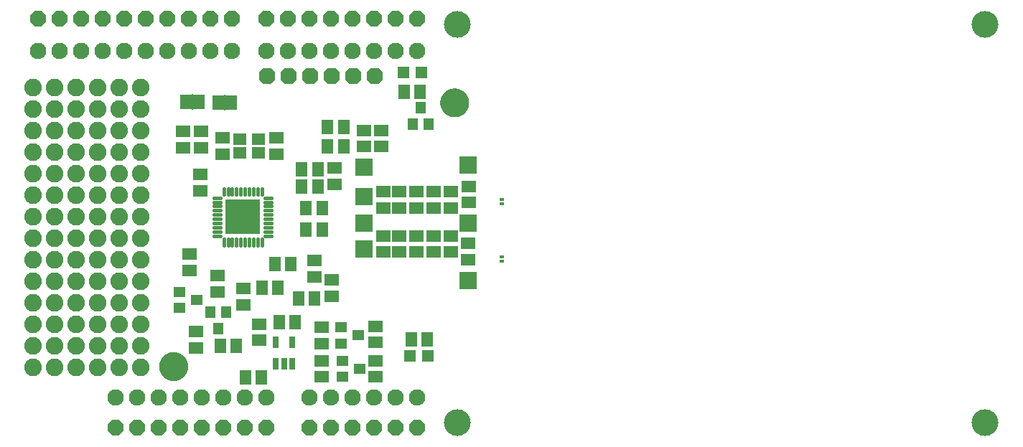
<source format=gbr>
G04 EAGLE Gerber RS-274X export*
G75*
%MOMM*%
%FSLAX34Y34*%
%LPD*%
%INSoldermask Top*%
%IPPOS*%
%AMOC8*
5,1,8,0,0,1.08239X$1,22.5*%
G01*
%ADD10C,3.152400*%
%ADD11R,4.152400X4.152400*%
%ADD12C,0.402400*%
%ADD13R,1.452400X1.652400*%
%ADD14R,1.652400X1.452400*%
%ADD15R,2.152400X2.152400*%
%ADD16R,1.552400X1.352400*%
%ADD17R,0.582400X0.432400*%
%ADD18R,1.352400X1.352400*%
%ADD19R,0.702400X1.352400*%
%ADD20C,1.200000*%
%ADD21C,1.152400*%
%ADD22P,1.979475X8X22.500000*%
%ADD23R,1.320800X1.752600*%
%ADD24R,0.152400X1.828800*%
%ADD25R,1.352400X1.152400*%
%ADD26R,1.152400X1.352400*%
%ADD27C,1.930400*%
%ADD28P,2.089446X8X112.500000*%
%ADD29C,2.082800*%


D10*
X520700Y501650D03*
X1143000Y501650D03*
X1143000Y31750D03*
X520700Y31750D03*
D11*
X267500Y274500D03*
D12*
X250000Y248350D02*
X250000Y240850D01*
X245000Y240850D02*
X245000Y248350D01*
X241350Y252000D02*
X233850Y252000D01*
X233850Y257000D02*
X241350Y257000D01*
X241350Y262000D02*
X233850Y262000D01*
X233850Y267000D02*
X241350Y267000D01*
X241350Y272000D02*
X233850Y272000D01*
X233850Y277000D02*
X241350Y277000D01*
X241350Y282000D02*
X233850Y282000D01*
X233850Y287000D02*
X241350Y287000D01*
X241350Y292000D02*
X233850Y292000D01*
X233850Y297000D02*
X241350Y297000D01*
X245000Y300650D02*
X245000Y308150D01*
X250000Y308150D02*
X250000Y300650D01*
X255000Y300650D02*
X255000Y308150D01*
X260000Y308150D02*
X260000Y300650D01*
X265000Y300650D02*
X265000Y308150D01*
X270000Y308150D02*
X270000Y300650D01*
X275000Y300650D02*
X275000Y308150D01*
X280000Y308150D02*
X280000Y300650D01*
X285000Y300650D02*
X285000Y308150D01*
X290000Y308150D02*
X290000Y300650D01*
X293650Y297000D02*
X301150Y297000D01*
X301150Y292000D02*
X293650Y292000D01*
X293650Y287000D02*
X301150Y287000D01*
X301150Y282000D02*
X293650Y282000D01*
X293650Y277000D02*
X301150Y277000D01*
X301150Y272000D02*
X293650Y272000D01*
X293650Y267000D02*
X301150Y267000D01*
X301150Y262000D02*
X293650Y262000D01*
X293650Y257000D02*
X301150Y257000D01*
X301150Y252000D02*
X293650Y252000D01*
X255000Y248350D02*
X255000Y240850D01*
X260000Y240850D02*
X260000Y248350D01*
X265000Y248350D02*
X265000Y240850D01*
X270000Y240850D02*
X270000Y248350D01*
X275000Y248350D02*
X275000Y240850D01*
X280000Y240850D02*
X280000Y248350D01*
X285000Y248350D02*
X285000Y240850D01*
X290000Y240850D02*
X290000Y248350D01*
D13*
X361140Y259080D03*
X342140Y259080D03*
X361140Y284480D03*
X342140Y284480D03*
D14*
X472330Y233110D03*
X472330Y252110D03*
X472330Y285100D03*
X472330Y304100D03*
X452050Y233110D03*
X452050Y252110D03*
X452050Y285100D03*
X452050Y304100D03*
X492610Y233110D03*
X492610Y252110D03*
X492610Y285100D03*
X492610Y304100D03*
X512890Y233110D03*
X512890Y252110D03*
X512890Y285100D03*
X512890Y304100D03*
D13*
X337060Y330200D03*
X356060Y330200D03*
D15*
X410060Y236400D03*
X410060Y267430D03*
X410060Y298460D03*
X533170Y335290D03*
X533170Y199570D03*
X533130Y267430D03*
D16*
X286280Y350140D03*
X264280Y350140D03*
X286280Y366140D03*
X264280Y366140D03*
D14*
X307030Y367680D03*
X307030Y348680D03*
X243530Y348680D03*
X243530Y367680D03*
D13*
X386580Y380880D03*
X367580Y380880D03*
X367580Y358100D03*
X386580Y358100D03*
D14*
X430370Y357680D03*
X430370Y376680D03*
X410060Y376490D03*
X410060Y357490D03*
D15*
X410060Y332740D03*
D14*
X217020Y305460D03*
X217020Y324460D03*
D13*
X290070Y190500D03*
X309070Y190500D03*
D14*
X351600Y203860D03*
X351600Y222860D03*
D13*
X305310Y218440D03*
X324310Y218440D03*
D14*
X286730Y147910D03*
X286730Y128910D03*
X267820Y170840D03*
X267820Y189840D03*
X533210Y224140D03*
X533210Y243140D03*
X534440Y291530D03*
X534440Y310530D03*
D17*
X572620Y227340D03*
X572620Y222240D03*
X572620Y289550D03*
X572620Y294650D03*
D13*
X333250Y177800D03*
X352250Y177800D03*
D14*
X371920Y181000D03*
X371920Y200000D03*
D13*
X337060Y309880D03*
X356060Y309880D03*
D14*
X375770Y332080D03*
X375770Y313080D03*
X433000Y252110D03*
X433000Y233110D03*
X433000Y304100D03*
X433000Y285100D03*
D18*
X485900Y110070D03*
X464900Y110070D03*
D13*
X484900Y130070D03*
X465900Y130070D03*
D19*
X306600Y100949D03*
X316100Y100949D03*
X325600Y100949D03*
X325600Y126951D03*
X306600Y126951D03*
D13*
X270620Y85160D03*
X289620Y85160D03*
D20*
X174980Y97790D02*
X174983Y98060D01*
X174993Y98330D01*
X175010Y98599D01*
X175033Y98868D01*
X175063Y99137D01*
X175099Y99404D01*
X175142Y99671D01*
X175191Y99936D01*
X175247Y100200D01*
X175310Y100463D01*
X175378Y100724D01*
X175454Y100983D01*
X175535Y101240D01*
X175623Y101496D01*
X175717Y101749D01*
X175817Y102000D01*
X175924Y102248D01*
X176036Y102493D01*
X176155Y102736D01*
X176279Y102975D01*
X176409Y103212D01*
X176545Y103445D01*
X176687Y103675D01*
X176834Y103901D01*
X176987Y104124D01*
X177145Y104343D01*
X177308Y104558D01*
X177477Y104768D01*
X177651Y104975D01*
X177830Y105177D01*
X178013Y105375D01*
X178202Y105568D01*
X178395Y105757D01*
X178593Y105940D01*
X178795Y106119D01*
X179002Y106293D01*
X179212Y106462D01*
X179427Y106625D01*
X179646Y106783D01*
X179869Y106936D01*
X180095Y107083D01*
X180325Y107225D01*
X180558Y107361D01*
X180795Y107491D01*
X181034Y107615D01*
X181277Y107734D01*
X181522Y107846D01*
X181770Y107953D01*
X182021Y108053D01*
X182274Y108147D01*
X182530Y108235D01*
X182787Y108316D01*
X183046Y108392D01*
X183307Y108460D01*
X183570Y108523D01*
X183834Y108579D01*
X184099Y108628D01*
X184366Y108671D01*
X184633Y108707D01*
X184902Y108737D01*
X185171Y108760D01*
X185440Y108777D01*
X185710Y108787D01*
X185980Y108790D01*
X186250Y108787D01*
X186520Y108777D01*
X186789Y108760D01*
X187058Y108737D01*
X187327Y108707D01*
X187594Y108671D01*
X187861Y108628D01*
X188126Y108579D01*
X188390Y108523D01*
X188653Y108460D01*
X188914Y108392D01*
X189173Y108316D01*
X189430Y108235D01*
X189686Y108147D01*
X189939Y108053D01*
X190190Y107953D01*
X190438Y107846D01*
X190683Y107734D01*
X190926Y107615D01*
X191165Y107491D01*
X191402Y107361D01*
X191635Y107225D01*
X191865Y107083D01*
X192091Y106936D01*
X192314Y106783D01*
X192533Y106625D01*
X192748Y106462D01*
X192958Y106293D01*
X193165Y106119D01*
X193367Y105940D01*
X193565Y105757D01*
X193758Y105568D01*
X193947Y105375D01*
X194130Y105177D01*
X194309Y104975D01*
X194483Y104768D01*
X194652Y104558D01*
X194815Y104343D01*
X194973Y104124D01*
X195126Y103901D01*
X195273Y103675D01*
X195415Y103445D01*
X195551Y103212D01*
X195681Y102975D01*
X195805Y102736D01*
X195924Y102493D01*
X196036Y102248D01*
X196143Y102000D01*
X196243Y101749D01*
X196337Y101496D01*
X196425Y101240D01*
X196506Y100983D01*
X196582Y100724D01*
X196650Y100463D01*
X196713Y100200D01*
X196769Y99936D01*
X196818Y99671D01*
X196861Y99404D01*
X196897Y99137D01*
X196927Y98868D01*
X196950Y98599D01*
X196967Y98330D01*
X196977Y98060D01*
X196980Y97790D01*
X196977Y97520D01*
X196967Y97250D01*
X196950Y96981D01*
X196927Y96712D01*
X196897Y96443D01*
X196861Y96176D01*
X196818Y95909D01*
X196769Y95644D01*
X196713Y95380D01*
X196650Y95117D01*
X196582Y94856D01*
X196506Y94597D01*
X196425Y94340D01*
X196337Y94084D01*
X196243Y93831D01*
X196143Y93580D01*
X196036Y93332D01*
X195924Y93087D01*
X195805Y92844D01*
X195681Y92605D01*
X195551Y92368D01*
X195415Y92135D01*
X195273Y91905D01*
X195126Y91679D01*
X194973Y91456D01*
X194815Y91237D01*
X194652Y91022D01*
X194483Y90812D01*
X194309Y90605D01*
X194130Y90403D01*
X193947Y90205D01*
X193758Y90012D01*
X193565Y89823D01*
X193367Y89640D01*
X193165Y89461D01*
X192958Y89287D01*
X192748Y89118D01*
X192533Y88955D01*
X192314Y88797D01*
X192091Y88644D01*
X191865Y88497D01*
X191635Y88355D01*
X191402Y88219D01*
X191165Y88089D01*
X190926Y87965D01*
X190683Y87846D01*
X190438Y87734D01*
X190190Y87627D01*
X189939Y87527D01*
X189686Y87433D01*
X189430Y87345D01*
X189173Y87264D01*
X188914Y87188D01*
X188653Y87120D01*
X188390Y87057D01*
X188126Y87001D01*
X187861Y86952D01*
X187594Y86909D01*
X187327Y86873D01*
X187058Y86843D01*
X186789Y86820D01*
X186520Y86803D01*
X186250Y86793D01*
X185980Y86790D01*
X185710Y86793D01*
X185440Y86803D01*
X185171Y86820D01*
X184902Y86843D01*
X184633Y86873D01*
X184366Y86909D01*
X184099Y86952D01*
X183834Y87001D01*
X183570Y87057D01*
X183307Y87120D01*
X183046Y87188D01*
X182787Y87264D01*
X182530Y87345D01*
X182274Y87433D01*
X182021Y87527D01*
X181770Y87627D01*
X181522Y87734D01*
X181277Y87846D01*
X181034Y87965D01*
X180795Y88089D01*
X180558Y88219D01*
X180325Y88355D01*
X180095Y88497D01*
X179869Y88644D01*
X179646Y88797D01*
X179427Y88955D01*
X179212Y89118D01*
X179002Y89287D01*
X178795Y89461D01*
X178593Y89640D01*
X178395Y89823D01*
X178202Y90012D01*
X178013Y90205D01*
X177830Y90403D01*
X177651Y90605D01*
X177477Y90812D01*
X177308Y91022D01*
X177145Y91237D01*
X176987Y91456D01*
X176834Y91679D01*
X176687Y91905D01*
X176545Y92135D01*
X176409Y92368D01*
X176279Y92605D01*
X176155Y92844D01*
X176036Y93087D01*
X175924Y93332D01*
X175817Y93580D01*
X175717Y93831D01*
X175623Y94084D01*
X175535Y94340D01*
X175454Y94597D01*
X175378Y94856D01*
X175310Y95117D01*
X175247Y95380D01*
X175191Y95644D01*
X175142Y95909D01*
X175099Y96176D01*
X175063Y96443D01*
X175033Y96712D01*
X175010Y96981D01*
X174993Y97250D01*
X174983Y97520D01*
X174980Y97790D01*
D21*
X185980Y97790D03*
D20*
X506450Y408940D02*
X506453Y409210D01*
X506463Y409480D01*
X506480Y409749D01*
X506503Y410018D01*
X506533Y410287D01*
X506569Y410554D01*
X506612Y410821D01*
X506661Y411086D01*
X506717Y411350D01*
X506780Y411613D01*
X506848Y411874D01*
X506924Y412133D01*
X507005Y412390D01*
X507093Y412646D01*
X507187Y412899D01*
X507287Y413150D01*
X507394Y413398D01*
X507506Y413643D01*
X507625Y413886D01*
X507749Y414125D01*
X507879Y414362D01*
X508015Y414595D01*
X508157Y414825D01*
X508304Y415051D01*
X508457Y415274D01*
X508615Y415493D01*
X508778Y415708D01*
X508947Y415918D01*
X509121Y416125D01*
X509300Y416327D01*
X509483Y416525D01*
X509672Y416718D01*
X509865Y416907D01*
X510063Y417090D01*
X510265Y417269D01*
X510472Y417443D01*
X510682Y417612D01*
X510897Y417775D01*
X511116Y417933D01*
X511339Y418086D01*
X511565Y418233D01*
X511795Y418375D01*
X512028Y418511D01*
X512265Y418641D01*
X512504Y418765D01*
X512747Y418884D01*
X512992Y418996D01*
X513240Y419103D01*
X513491Y419203D01*
X513744Y419297D01*
X514000Y419385D01*
X514257Y419466D01*
X514516Y419542D01*
X514777Y419610D01*
X515040Y419673D01*
X515304Y419729D01*
X515569Y419778D01*
X515836Y419821D01*
X516103Y419857D01*
X516372Y419887D01*
X516641Y419910D01*
X516910Y419927D01*
X517180Y419937D01*
X517450Y419940D01*
X517720Y419937D01*
X517990Y419927D01*
X518259Y419910D01*
X518528Y419887D01*
X518797Y419857D01*
X519064Y419821D01*
X519331Y419778D01*
X519596Y419729D01*
X519860Y419673D01*
X520123Y419610D01*
X520384Y419542D01*
X520643Y419466D01*
X520900Y419385D01*
X521156Y419297D01*
X521409Y419203D01*
X521660Y419103D01*
X521908Y418996D01*
X522153Y418884D01*
X522396Y418765D01*
X522635Y418641D01*
X522872Y418511D01*
X523105Y418375D01*
X523335Y418233D01*
X523561Y418086D01*
X523784Y417933D01*
X524003Y417775D01*
X524218Y417612D01*
X524428Y417443D01*
X524635Y417269D01*
X524837Y417090D01*
X525035Y416907D01*
X525228Y416718D01*
X525417Y416525D01*
X525600Y416327D01*
X525779Y416125D01*
X525953Y415918D01*
X526122Y415708D01*
X526285Y415493D01*
X526443Y415274D01*
X526596Y415051D01*
X526743Y414825D01*
X526885Y414595D01*
X527021Y414362D01*
X527151Y414125D01*
X527275Y413886D01*
X527394Y413643D01*
X527506Y413398D01*
X527613Y413150D01*
X527713Y412899D01*
X527807Y412646D01*
X527895Y412390D01*
X527976Y412133D01*
X528052Y411874D01*
X528120Y411613D01*
X528183Y411350D01*
X528239Y411086D01*
X528288Y410821D01*
X528331Y410554D01*
X528367Y410287D01*
X528397Y410018D01*
X528420Y409749D01*
X528437Y409480D01*
X528447Y409210D01*
X528450Y408940D01*
X528447Y408670D01*
X528437Y408400D01*
X528420Y408131D01*
X528397Y407862D01*
X528367Y407593D01*
X528331Y407326D01*
X528288Y407059D01*
X528239Y406794D01*
X528183Y406530D01*
X528120Y406267D01*
X528052Y406006D01*
X527976Y405747D01*
X527895Y405490D01*
X527807Y405234D01*
X527713Y404981D01*
X527613Y404730D01*
X527506Y404482D01*
X527394Y404237D01*
X527275Y403994D01*
X527151Y403755D01*
X527021Y403518D01*
X526885Y403285D01*
X526743Y403055D01*
X526596Y402829D01*
X526443Y402606D01*
X526285Y402387D01*
X526122Y402172D01*
X525953Y401962D01*
X525779Y401755D01*
X525600Y401553D01*
X525417Y401355D01*
X525228Y401162D01*
X525035Y400973D01*
X524837Y400790D01*
X524635Y400611D01*
X524428Y400437D01*
X524218Y400268D01*
X524003Y400105D01*
X523784Y399947D01*
X523561Y399794D01*
X523335Y399647D01*
X523105Y399505D01*
X522872Y399369D01*
X522635Y399239D01*
X522396Y399115D01*
X522153Y398996D01*
X521908Y398884D01*
X521660Y398777D01*
X521409Y398677D01*
X521156Y398583D01*
X520900Y398495D01*
X520643Y398414D01*
X520384Y398338D01*
X520123Y398270D01*
X519860Y398207D01*
X519596Y398151D01*
X519331Y398102D01*
X519064Y398059D01*
X518797Y398023D01*
X518528Y397993D01*
X518259Y397970D01*
X517990Y397953D01*
X517720Y397943D01*
X517450Y397940D01*
X517180Y397943D01*
X516910Y397953D01*
X516641Y397970D01*
X516372Y397993D01*
X516103Y398023D01*
X515836Y398059D01*
X515569Y398102D01*
X515304Y398151D01*
X515040Y398207D01*
X514777Y398270D01*
X514516Y398338D01*
X514257Y398414D01*
X514000Y398495D01*
X513744Y398583D01*
X513491Y398677D01*
X513240Y398777D01*
X512992Y398884D01*
X512747Y398996D01*
X512504Y399115D01*
X512265Y399239D01*
X512028Y399369D01*
X511795Y399505D01*
X511565Y399647D01*
X511339Y399794D01*
X511116Y399947D01*
X510897Y400105D01*
X510682Y400268D01*
X510472Y400437D01*
X510265Y400611D01*
X510063Y400790D01*
X509865Y400973D01*
X509672Y401162D01*
X509483Y401355D01*
X509300Y401553D01*
X509121Y401755D01*
X508947Y401962D01*
X508778Y402172D01*
X508615Y402387D01*
X508457Y402606D01*
X508304Y402829D01*
X508157Y403055D01*
X508015Y403285D01*
X507879Y403518D01*
X507749Y403755D01*
X507625Y403994D01*
X507506Y404237D01*
X507394Y404482D01*
X507287Y404730D01*
X507187Y404981D01*
X507093Y405234D01*
X507005Y405490D01*
X506924Y405747D01*
X506848Y406006D01*
X506780Y406267D01*
X506717Y406530D01*
X506661Y406794D01*
X506612Y407059D01*
X506569Y407326D01*
X506533Y407593D01*
X506503Y407862D01*
X506480Y408131D01*
X506463Y408400D01*
X506453Y408670D01*
X506450Y408940D01*
D21*
X517450Y408940D03*
D22*
X371400Y508000D03*
X346000Y25400D03*
X396800Y508000D03*
X422200Y508000D03*
X447600Y508000D03*
X473000Y508000D03*
X346000Y508000D03*
X320600Y508000D03*
X295200Y508000D03*
X254560Y508000D03*
X229160Y508000D03*
X203760Y508000D03*
X178360Y508000D03*
X152960Y508000D03*
X127560Y508000D03*
X102160Y508000D03*
X76760Y508000D03*
X371400Y25400D03*
X396800Y25400D03*
X422200Y25400D03*
X447600Y25400D03*
X473000Y25400D03*
X295200Y25400D03*
X269800Y25400D03*
X244400Y25400D03*
X219000Y25400D03*
X193600Y25400D03*
X168200Y25400D03*
X51360Y508000D03*
X25960Y508000D03*
X142800Y25400D03*
X117400Y25400D03*
D14*
X218440Y356260D03*
X218440Y375260D03*
X196850Y375260D03*
X196850Y356260D03*
D23*
X254000Y408940D03*
X238760Y408940D03*
D24*
X246380Y408940D03*
D23*
X200660Y410210D03*
X215900Y410210D03*
D24*
X208280Y410210D03*
D14*
X360680Y85750D03*
X360680Y104750D03*
X360680Y125120D03*
X360680Y144120D03*
X424180Y85750D03*
X424180Y104750D03*
X424180Y145390D03*
X424180Y126390D03*
X204470Y230480D03*
X204470Y211480D03*
X237490Y205080D03*
X237490Y186080D03*
X212090Y139040D03*
X212090Y120040D03*
D13*
X259690Y121920D03*
X240690Y121920D03*
D25*
X404970Y95250D03*
X384970Y85750D03*
X384970Y104750D03*
X403700Y134620D03*
X383700Y125120D03*
X383700Y144120D03*
X213200Y176530D03*
X193200Y167030D03*
X193200Y186030D03*
D26*
X238760Y142400D03*
X229260Y162400D03*
X248260Y162400D03*
D27*
X295148Y60960D03*
X269748Y60960D03*
X244348Y60960D03*
X218948Y60960D03*
X193548Y60960D03*
X168148Y60960D03*
X142748Y60960D03*
X117348Y60960D03*
X473202Y60960D03*
X447802Y60960D03*
X422402Y60960D03*
X397002Y60960D03*
X371602Y60960D03*
X346202Y60960D03*
X26162Y469900D03*
X51562Y469900D03*
X76962Y469900D03*
X102362Y469900D03*
X127762Y469900D03*
X153162Y469900D03*
X178562Y469900D03*
X203962Y469900D03*
X229362Y469900D03*
X254762Y469900D03*
X295402Y469900D03*
X320802Y469900D03*
X346202Y469900D03*
X371602Y469900D03*
X397002Y469900D03*
X422402Y469900D03*
X447802Y469900D03*
X473202Y469900D03*
D28*
X295910Y440690D03*
X321310Y440690D03*
X346710Y440690D03*
X372110Y440690D03*
X397510Y440690D03*
X422910Y440690D03*
D18*
X477860Y444500D03*
X456860Y444500D03*
D13*
X476860Y421640D03*
X457860Y421640D03*
D26*
X477520Y403700D03*
X487020Y383700D03*
X468020Y383700D03*
D13*
X329540Y149860D03*
X310540Y149860D03*
D29*
X20320Y426720D03*
X20320Y401320D03*
X20320Y375920D03*
X20320Y350520D03*
X20320Y325120D03*
X20320Y299720D03*
X20320Y274320D03*
X20320Y248920D03*
X20320Y223520D03*
X20320Y198120D03*
X20320Y172720D03*
X20320Y147320D03*
X20320Y121920D03*
X20320Y96520D03*
X45720Y96520D03*
X71120Y96520D03*
X71120Y121920D03*
X45720Y147320D03*
X45720Y172720D03*
X71120Y172720D03*
X71120Y147320D03*
X45720Y121920D03*
X45720Y198120D03*
X71120Y198120D03*
X71120Y223520D03*
X45720Y223520D03*
X45720Y248920D03*
X71120Y248920D03*
X71120Y274320D03*
X45720Y274320D03*
X45720Y299720D03*
X71120Y299720D03*
X71120Y325120D03*
X45720Y325120D03*
X45720Y350520D03*
X71120Y350520D03*
X71120Y375920D03*
X45720Y375920D03*
X45720Y401320D03*
X45720Y426720D03*
X71120Y426720D03*
X71120Y401320D03*
X96520Y401320D03*
X96520Y426720D03*
X96520Y375920D03*
X96520Y350520D03*
X96520Y325120D03*
X96520Y299720D03*
X96520Y274320D03*
X96520Y248920D03*
X96520Y198120D03*
X96520Y172720D03*
X96520Y121920D03*
X96520Y96520D03*
X96520Y147320D03*
X96520Y223520D03*
X121920Y426720D03*
X147320Y426720D03*
X147320Y401320D03*
X121920Y401320D03*
X121920Y375920D03*
X147320Y375920D03*
X147320Y350520D03*
X121920Y350520D03*
X121920Y325120D03*
X147320Y325120D03*
X147320Y299720D03*
X121920Y299720D03*
X121920Y274320D03*
X147320Y274320D03*
X147320Y248920D03*
X121920Y248920D03*
X121920Y223520D03*
X147320Y223520D03*
X147320Y198120D03*
X121920Y198120D03*
X121920Y172720D03*
X147320Y172720D03*
X147320Y147320D03*
X121920Y147320D03*
X121920Y121920D03*
X147320Y121920D03*
X147320Y96520D03*
X121920Y96520D03*
M02*

</source>
